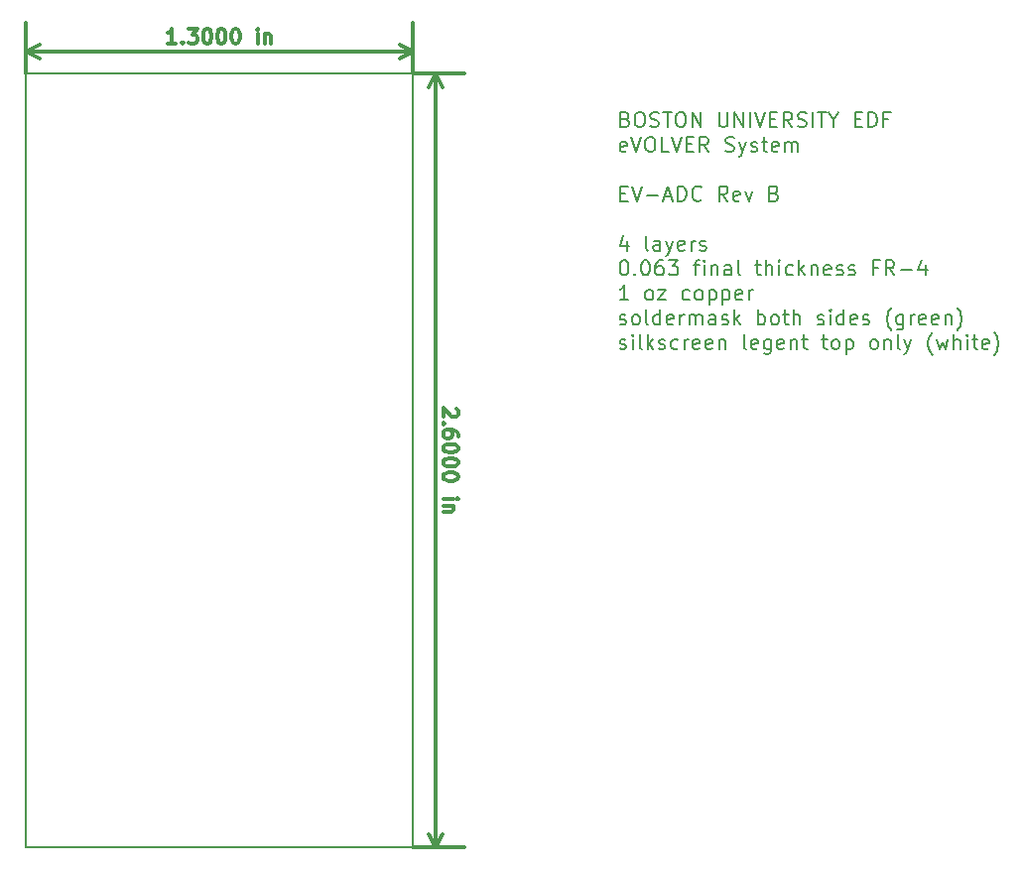
<source format=gbr>
G04 #@! TF.FileFunction,Drawing*
%FSLAX46Y46*%
G04 Gerber Fmt 4.6, Leading zero omitted, Abs format (unit mm)*
G04 Created by KiCad (PCBNEW 4.0.3+e1-6302~38~ubuntu14.04.1-stable) date Fri Aug 19 15:21:09 2016*
%MOMM*%
%LPD*%
G01*
G04 APERTURE LIST*
%ADD10C,0.100000*%
%ADD11C,0.300000*%
%ADD12C,0.203200*%
%ADD13C,0.150000*%
G04 APERTURE END LIST*
D10*
D11*
X143414524Y-81915000D02*
X143475000Y-81975476D01*
X143535476Y-82096428D01*
X143535476Y-82398809D01*
X143475000Y-82519762D01*
X143414524Y-82580238D01*
X143293571Y-82640714D01*
X143172619Y-82640714D01*
X142991190Y-82580238D01*
X142265476Y-81854524D01*
X142265476Y-82640714D01*
X142386429Y-83185000D02*
X142325952Y-83245476D01*
X142265476Y-83185000D01*
X142325952Y-83124524D01*
X142386429Y-83185000D01*
X142265476Y-83185000D01*
X143535476Y-84334048D02*
X143535476Y-84092143D01*
X143475000Y-83971191D01*
X143414524Y-83910714D01*
X143233095Y-83789762D01*
X142991190Y-83729286D01*
X142507381Y-83729286D01*
X142386429Y-83789762D01*
X142325952Y-83850238D01*
X142265476Y-83971191D01*
X142265476Y-84213095D01*
X142325952Y-84334048D01*
X142386429Y-84394524D01*
X142507381Y-84455000D01*
X142809762Y-84455000D01*
X142930714Y-84394524D01*
X142991190Y-84334048D01*
X143051667Y-84213095D01*
X143051667Y-83971191D01*
X142991190Y-83850238D01*
X142930714Y-83789762D01*
X142809762Y-83729286D01*
X143535476Y-85241191D02*
X143535476Y-85362143D01*
X143475000Y-85483095D01*
X143414524Y-85543572D01*
X143293571Y-85604048D01*
X143051667Y-85664524D01*
X142749286Y-85664524D01*
X142507381Y-85604048D01*
X142386429Y-85543572D01*
X142325952Y-85483095D01*
X142265476Y-85362143D01*
X142265476Y-85241191D01*
X142325952Y-85120238D01*
X142386429Y-85059762D01*
X142507381Y-84999286D01*
X142749286Y-84938810D01*
X143051667Y-84938810D01*
X143293571Y-84999286D01*
X143414524Y-85059762D01*
X143475000Y-85120238D01*
X143535476Y-85241191D01*
X143535476Y-86450715D02*
X143535476Y-86571667D01*
X143475000Y-86692619D01*
X143414524Y-86753096D01*
X143293571Y-86813572D01*
X143051667Y-86874048D01*
X142749286Y-86874048D01*
X142507381Y-86813572D01*
X142386429Y-86753096D01*
X142325952Y-86692619D01*
X142265476Y-86571667D01*
X142265476Y-86450715D01*
X142325952Y-86329762D01*
X142386429Y-86269286D01*
X142507381Y-86208810D01*
X142749286Y-86148334D01*
X143051667Y-86148334D01*
X143293571Y-86208810D01*
X143414524Y-86269286D01*
X143475000Y-86329762D01*
X143535476Y-86450715D01*
X143535476Y-87660239D02*
X143535476Y-87781191D01*
X143475000Y-87902143D01*
X143414524Y-87962620D01*
X143293571Y-88023096D01*
X143051667Y-88083572D01*
X142749286Y-88083572D01*
X142507381Y-88023096D01*
X142386429Y-87962620D01*
X142325952Y-87902143D01*
X142265476Y-87781191D01*
X142265476Y-87660239D01*
X142325952Y-87539286D01*
X142386429Y-87478810D01*
X142507381Y-87418334D01*
X142749286Y-87357858D01*
X143051667Y-87357858D01*
X143293571Y-87418334D01*
X143414524Y-87478810D01*
X143475000Y-87539286D01*
X143535476Y-87660239D01*
X142265476Y-89595477D02*
X143112143Y-89595477D01*
X143535476Y-89595477D02*
X143475000Y-89535001D01*
X143414524Y-89595477D01*
X143475000Y-89655953D01*
X143535476Y-89595477D01*
X143414524Y-89595477D01*
X143112143Y-90200239D02*
X142265476Y-90200239D01*
X142991190Y-90200239D02*
X143051667Y-90260715D01*
X143112143Y-90381668D01*
X143112143Y-90563096D01*
X143051667Y-90684048D01*
X142930714Y-90744525D01*
X142265476Y-90744525D01*
X141605000Y-53340000D02*
X141605000Y-119380000D01*
X139700000Y-53340000D02*
X144075000Y-53340000D01*
X139700000Y-119380000D02*
X144075000Y-119380000D01*
X141605000Y-119380000D02*
X141018579Y-118253496D01*
X141605000Y-119380000D02*
X142191421Y-118253496D01*
X141605000Y-53340000D02*
X141018579Y-54466504D01*
X141605000Y-53340000D02*
X142191421Y-54466504D01*
X119470714Y-50774524D02*
X118745000Y-50774524D01*
X119107857Y-50774524D02*
X119107857Y-49504524D01*
X118986905Y-49685952D01*
X118865952Y-49806905D01*
X118745000Y-49867381D01*
X120015000Y-50653571D02*
X120075476Y-50714048D01*
X120015000Y-50774524D01*
X119954524Y-50714048D01*
X120015000Y-50653571D01*
X120015000Y-50774524D01*
X120498810Y-49504524D02*
X121285000Y-49504524D01*
X120861667Y-49988333D01*
X121043095Y-49988333D01*
X121164048Y-50048810D01*
X121224524Y-50109286D01*
X121285000Y-50230238D01*
X121285000Y-50532619D01*
X121224524Y-50653571D01*
X121164048Y-50714048D01*
X121043095Y-50774524D01*
X120680238Y-50774524D01*
X120559286Y-50714048D01*
X120498810Y-50653571D01*
X122071191Y-49504524D02*
X122192143Y-49504524D01*
X122313095Y-49565000D01*
X122373572Y-49625476D01*
X122434048Y-49746429D01*
X122494524Y-49988333D01*
X122494524Y-50290714D01*
X122434048Y-50532619D01*
X122373572Y-50653571D01*
X122313095Y-50714048D01*
X122192143Y-50774524D01*
X122071191Y-50774524D01*
X121950238Y-50714048D01*
X121889762Y-50653571D01*
X121829286Y-50532619D01*
X121768810Y-50290714D01*
X121768810Y-49988333D01*
X121829286Y-49746429D01*
X121889762Y-49625476D01*
X121950238Y-49565000D01*
X122071191Y-49504524D01*
X123280715Y-49504524D02*
X123401667Y-49504524D01*
X123522619Y-49565000D01*
X123583096Y-49625476D01*
X123643572Y-49746429D01*
X123704048Y-49988333D01*
X123704048Y-50290714D01*
X123643572Y-50532619D01*
X123583096Y-50653571D01*
X123522619Y-50714048D01*
X123401667Y-50774524D01*
X123280715Y-50774524D01*
X123159762Y-50714048D01*
X123099286Y-50653571D01*
X123038810Y-50532619D01*
X122978334Y-50290714D01*
X122978334Y-49988333D01*
X123038810Y-49746429D01*
X123099286Y-49625476D01*
X123159762Y-49565000D01*
X123280715Y-49504524D01*
X124490239Y-49504524D02*
X124611191Y-49504524D01*
X124732143Y-49565000D01*
X124792620Y-49625476D01*
X124853096Y-49746429D01*
X124913572Y-49988333D01*
X124913572Y-50290714D01*
X124853096Y-50532619D01*
X124792620Y-50653571D01*
X124732143Y-50714048D01*
X124611191Y-50774524D01*
X124490239Y-50774524D01*
X124369286Y-50714048D01*
X124308810Y-50653571D01*
X124248334Y-50532619D01*
X124187858Y-50290714D01*
X124187858Y-49988333D01*
X124248334Y-49746429D01*
X124308810Y-49625476D01*
X124369286Y-49565000D01*
X124490239Y-49504524D01*
X126425477Y-50774524D02*
X126425477Y-49927857D01*
X126425477Y-49504524D02*
X126365001Y-49565000D01*
X126425477Y-49625476D01*
X126485953Y-49565000D01*
X126425477Y-49504524D01*
X126425477Y-49625476D01*
X127030239Y-49927857D02*
X127030239Y-50774524D01*
X127030239Y-50048810D02*
X127090715Y-49988333D01*
X127211668Y-49927857D01*
X127393096Y-49927857D01*
X127514048Y-49988333D01*
X127574525Y-50109286D01*
X127574525Y-50774524D01*
X106680000Y-51435000D02*
X139700000Y-51435000D01*
X106680000Y-53340000D02*
X106680000Y-48965000D01*
X139700000Y-53340000D02*
X139700000Y-48965000D01*
X139700000Y-51435000D02*
X138573496Y-52021421D01*
X139700000Y-51435000D02*
X138573496Y-50848579D01*
X106680000Y-51435000D02*
X107806504Y-52021421D01*
X106680000Y-51435000D02*
X107806504Y-50848579D01*
D12*
X157824714Y-57224386D02*
X158006143Y-57284862D01*
X158066619Y-57345338D01*
X158127095Y-57466290D01*
X158127095Y-57647719D01*
X158066619Y-57768671D01*
X158006143Y-57829148D01*
X157885190Y-57889624D01*
X157401381Y-57889624D01*
X157401381Y-56619624D01*
X157824714Y-56619624D01*
X157945667Y-56680100D01*
X158006143Y-56740576D01*
X158066619Y-56861529D01*
X158066619Y-56982481D01*
X158006143Y-57103433D01*
X157945667Y-57163910D01*
X157824714Y-57224386D01*
X157401381Y-57224386D01*
X158913286Y-56619624D02*
X159155190Y-56619624D01*
X159276143Y-56680100D01*
X159397095Y-56801052D01*
X159457571Y-57042957D01*
X159457571Y-57466290D01*
X159397095Y-57708195D01*
X159276143Y-57829148D01*
X159155190Y-57889624D01*
X158913286Y-57889624D01*
X158792333Y-57829148D01*
X158671381Y-57708195D01*
X158610905Y-57466290D01*
X158610905Y-57042957D01*
X158671381Y-56801052D01*
X158792333Y-56680100D01*
X158913286Y-56619624D01*
X159941381Y-57829148D02*
X160122809Y-57889624D01*
X160425190Y-57889624D01*
X160546143Y-57829148D01*
X160606619Y-57768671D01*
X160667095Y-57647719D01*
X160667095Y-57526767D01*
X160606619Y-57405814D01*
X160546143Y-57345338D01*
X160425190Y-57284862D01*
X160183286Y-57224386D01*
X160062333Y-57163910D01*
X160001857Y-57103433D01*
X159941381Y-56982481D01*
X159941381Y-56861529D01*
X160001857Y-56740576D01*
X160062333Y-56680100D01*
X160183286Y-56619624D01*
X160485666Y-56619624D01*
X160667095Y-56680100D01*
X161029952Y-56619624D02*
X161755667Y-56619624D01*
X161392810Y-57889624D02*
X161392810Y-56619624D01*
X162420905Y-56619624D02*
X162662809Y-56619624D01*
X162783762Y-56680100D01*
X162904714Y-56801052D01*
X162965190Y-57042957D01*
X162965190Y-57466290D01*
X162904714Y-57708195D01*
X162783762Y-57829148D01*
X162662809Y-57889624D01*
X162420905Y-57889624D01*
X162299952Y-57829148D01*
X162179000Y-57708195D01*
X162118524Y-57466290D01*
X162118524Y-57042957D01*
X162179000Y-56801052D01*
X162299952Y-56680100D01*
X162420905Y-56619624D01*
X163509476Y-57889624D02*
X163509476Y-56619624D01*
X164235190Y-57889624D01*
X164235190Y-56619624D01*
X165807571Y-56619624D02*
X165807571Y-57647719D01*
X165868047Y-57768671D01*
X165928523Y-57829148D01*
X166049476Y-57889624D01*
X166291380Y-57889624D01*
X166412333Y-57829148D01*
X166472809Y-57768671D01*
X166533285Y-57647719D01*
X166533285Y-56619624D01*
X167138047Y-57889624D02*
X167138047Y-56619624D01*
X167863761Y-57889624D01*
X167863761Y-56619624D01*
X168468523Y-57889624D02*
X168468523Y-56619624D01*
X168891856Y-56619624D02*
X169315190Y-57889624D01*
X169738523Y-56619624D01*
X170161856Y-57224386D02*
X170585189Y-57224386D01*
X170766618Y-57889624D02*
X170161856Y-57889624D01*
X170161856Y-56619624D01*
X170766618Y-56619624D01*
X172036618Y-57889624D02*
X171613285Y-57284862D01*
X171310904Y-57889624D02*
X171310904Y-56619624D01*
X171794713Y-56619624D01*
X171915666Y-56680100D01*
X171976142Y-56740576D01*
X172036618Y-56861529D01*
X172036618Y-57042957D01*
X171976142Y-57163910D01*
X171915666Y-57224386D01*
X171794713Y-57284862D01*
X171310904Y-57284862D01*
X172520428Y-57829148D02*
X172701856Y-57889624D01*
X173004237Y-57889624D01*
X173125190Y-57829148D01*
X173185666Y-57768671D01*
X173246142Y-57647719D01*
X173246142Y-57526767D01*
X173185666Y-57405814D01*
X173125190Y-57345338D01*
X173004237Y-57284862D01*
X172762333Y-57224386D01*
X172641380Y-57163910D01*
X172580904Y-57103433D01*
X172520428Y-56982481D01*
X172520428Y-56861529D01*
X172580904Y-56740576D01*
X172641380Y-56680100D01*
X172762333Y-56619624D01*
X173064713Y-56619624D01*
X173246142Y-56680100D01*
X173790428Y-57889624D02*
X173790428Y-56619624D01*
X174213761Y-56619624D02*
X174939476Y-56619624D01*
X174576619Y-57889624D02*
X174576619Y-56619624D01*
X175604714Y-57284862D02*
X175604714Y-57889624D01*
X175181380Y-56619624D02*
X175604714Y-57284862D01*
X176028047Y-56619624D01*
X177418999Y-57224386D02*
X177842332Y-57224386D01*
X178023761Y-57889624D02*
X177418999Y-57889624D01*
X177418999Y-56619624D01*
X178023761Y-56619624D01*
X178568047Y-57889624D02*
X178568047Y-56619624D01*
X178870428Y-56619624D01*
X179051856Y-56680100D01*
X179172809Y-56801052D01*
X179233285Y-56922005D01*
X179293761Y-57163910D01*
X179293761Y-57345338D01*
X179233285Y-57587243D01*
X179172809Y-57708195D01*
X179051856Y-57829148D01*
X178870428Y-57889624D01*
X178568047Y-57889624D01*
X180261380Y-57224386D02*
X179838047Y-57224386D01*
X179838047Y-57889624D02*
X179838047Y-56619624D01*
X180442809Y-56619624D01*
X157885190Y-59937348D02*
X157764238Y-59997824D01*
X157522333Y-59997824D01*
X157401381Y-59937348D01*
X157340905Y-59816395D01*
X157340905Y-59332586D01*
X157401381Y-59211633D01*
X157522333Y-59151157D01*
X157764238Y-59151157D01*
X157885190Y-59211633D01*
X157945667Y-59332586D01*
X157945667Y-59453538D01*
X157340905Y-59574490D01*
X158308523Y-58727824D02*
X158731857Y-59997824D01*
X159155190Y-58727824D01*
X159820428Y-58727824D02*
X160062332Y-58727824D01*
X160183285Y-58788300D01*
X160304237Y-58909252D01*
X160364713Y-59151157D01*
X160364713Y-59574490D01*
X160304237Y-59816395D01*
X160183285Y-59937348D01*
X160062332Y-59997824D01*
X159820428Y-59997824D01*
X159699475Y-59937348D01*
X159578523Y-59816395D01*
X159518047Y-59574490D01*
X159518047Y-59151157D01*
X159578523Y-58909252D01*
X159699475Y-58788300D01*
X159820428Y-58727824D01*
X161513761Y-59997824D02*
X160908999Y-59997824D01*
X160908999Y-58727824D01*
X161755665Y-58727824D02*
X162178999Y-59997824D01*
X162602332Y-58727824D01*
X163025665Y-59332586D02*
X163448998Y-59332586D01*
X163630427Y-59997824D02*
X163025665Y-59997824D01*
X163025665Y-58727824D01*
X163630427Y-58727824D01*
X164900427Y-59997824D02*
X164477094Y-59393062D01*
X164174713Y-59997824D02*
X164174713Y-58727824D01*
X164658522Y-58727824D01*
X164779475Y-58788300D01*
X164839951Y-58848776D01*
X164900427Y-58969729D01*
X164900427Y-59151157D01*
X164839951Y-59272110D01*
X164779475Y-59332586D01*
X164658522Y-59393062D01*
X164174713Y-59393062D01*
X166351856Y-59937348D02*
X166533284Y-59997824D01*
X166835665Y-59997824D01*
X166956618Y-59937348D01*
X167017094Y-59876871D01*
X167077570Y-59755919D01*
X167077570Y-59634967D01*
X167017094Y-59514014D01*
X166956618Y-59453538D01*
X166835665Y-59393062D01*
X166593761Y-59332586D01*
X166472808Y-59272110D01*
X166412332Y-59211633D01*
X166351856Y-59090681D01*
X166351856Y-58969729D01*
X166412332Y-58848776D01*
X166472808Y-58788300D01*
X166593761Y-58727824D01*
X166896141Y-58727824D01*
X167077570Y-58788300D01*
X167500904Y-59151157D02*
X167803285Y-59997824D01*
X168105665Y-59151157D02*
X167803285Y-59997824D01*
X167682332Y-60300205D01*
X167621856Y-60360681D01*
X167500904Y-60421157D01*
X168528999Y-59937348D02*
X168649951Y-59997824D01*
X168891856Y-59997824D01*
X169012808Y-59937348D01*
X169073284Y-59816395D01*
X169073284Y-59755919D01*
X169012808Y-59634967D01*
X168891856Y-59574490D01*
X168710427Y-59574490D01*
X168589475Y-59514014D01*
X168528999Y-59393062D01*
X168528999Y-59332586D01*
X168589475Y-59211633D01*
X168710427Y-59151157D01*
X168891856Y-59151157D01*
X169012808Y-59211633D01*
X169436141Y-59151157D02*
X169919951Y-59151157D01*
X169617570Y-58727824D02*
X169617570Y-59816395D01*
X169678046Y-59937348D01*
X169798999Y-59997824D01*
X169919951Y-59997824D01*
X170827093Y-59937348D02*
X170706141Y-59997824D01*
X170464236Y-59997824D01*
X170343284Y-59937348D01*
X170282808Y-59816395D01*
X170282808Y-59332586D01*
X170343284Y-59211633D01*
X170464236Y-59151157D01*
X170706141Y-59151157D01*
X170827093Y-59211633D01*
X170887570Y-59332586D01*
X170887570Y-59453538D01*
X170282808Y-59574490D01*
X171431855Y-59997824D02*
X171431855Y-59151157D01*
X171431855Y-59272110D02*
X171492331Y-59211633D01*
X171613284Y-59151157D01*
X171794712Y-59151157D01*
X171915664Y-59211633D01*
X171976141Y-59332586D01*
X171976141Y-59997824D01*
X171976141Y-59332586D02*
X172036617Y-59211633D01*
X172157569Y-59151157D01*
X172338998Y-59151157D01*
X172459950Y-59211633D01*
X172520426Y-59332586D01*
X172520426Y-59997824D01*
X157401381Y-63548986D02*
X157824714Y-63548986D01*
X158006143Y-64214224D02*
X157401381Y-64214224D01*
X157401381Y-62944224D01*
X158006143Y-62944224D01*
X158369000Y-62944224D02*
X158792334Y-64214224D01*
X159215667Y-62944224D01*
X159639000Y-63730414D02*
X160606619Y-63730414D01*
X161150905Y-63851367D02*
X161755667Y-63851367D01*
X161029952Y-64214224D02*
X161453286Y-62944224D01*
X161876619Y-64214224D01*
X162299952Y-64214224D02*
X162299952Y-62944224D01*
X162602333Y-62944224D01*
X162783761Y-63004700D01*
X162904714Y-63125652D01*
X162965190Y-63246605D01*
X163025666Y-63488510D01*
X163025666Y-63669938D01*
X162965190Y-63911843D01*
X162904714Y-64032795D01*
X162783761Y-64153748D01*
X162602333Y-64214224D01*
X162299952Y-64214224D01*
X164295666Y-64093271D02*
X164235190Y-64153748D01*
X164053761Y-64214224D01*
X163932809Y-64214224D01*
X163751381Y-64153748D01*
X163630428Y-64032795D01*
X163569952Y-63911843D01*
X163509476Y-63669938D01*
X163509476Y-63488510D01*
X163569952Y-63246605D01*
X163630428Y-63125652D01*
X163751381Y-63004700D01*
X163932809Y-62944224D01*
X164053761Y-62944224D01*
X164235190Y-63004700D01*
X164295666Y-63065176D01*
X166533285Y-64214224D02*
X166109952Y-63609462D01*
X165807571Y-64214224D02*
X165807571Y-62944224D01*
X166291380Y-62944224D01*
X166412333Y-63004700D01*
X166472809Y-63065176D01*
X166533285Y-63186129D01*
X166533285Y-63367557D01*
X166472809Y-63488510D01*
X166412333Y-63548986D01*
X166291380Y-63609462D01*
X165807571Y-63609462D01*
X167561380Y-64153748D02*
X167440428Y-64214224D01*
X167198523Y-64214224D01*
X167077571Y-64153748D01*
X167017095Y-64032795D01*
X167017095Y-63548986D01*
X167077571Y-63428033D01*
X167198523Y-63367557D01*
X167440428Y-63367557D01*
X167561380Y-63428033D01*
X167621857Y-63548986D01*
X167621857Y-63669938D01*
X167017095Y-63790890D01*
X168045190Y-63367557D02*
X168347571Y-64214224D01*
X168649951Y-63367557D01*
X170524713Y-63548986D02*
X170706142Y-63609462D01*
X170766618Y-63669938D01*
X170827094Y-63790890D01*
X170827094Y-63972319D01*
X170766618Y-64093271D01*
X170706142Y-64153748D01*
X170585189Y-64214224D01*
X170101380Y-64214224D01*
X170101380Y-62944224D01*
X170524713Y-62944224D01*
X170645666Y-63004700D01*
X170706142Y-63065176D01*
X170766618Y-63186129D01*
X170766618Y-63307081D01*
X170706142Y-63428033D01*
X170645666Y-63488510D01*
X170524713Y-63548986D01*
X170101380Y-63548986D01*
X157945667Y-67583957D02*
X157945667Y-68430624D01*
X157643286Y-67100148D02*
X157340905Y-68007290D01*
X158127095Y-68007290D01*
X159759953Y-68430624D02*
X159639000Y-68370148D01*
X159578524Y-68249195D01*
X159578524Y-67160624D01*
X160788048Y-68430624D02*
X160788048Y-67765386D01*
X160727571Y-67644433D01*
X160606619Y-67583957D01*
X160364714Y-67583957D01*
X160243762Y-67644433D01*
X160788048Y-68370148D02*
X160667095Y-68430624D01*
X160364714Y-68430624D01*
X160243762Y-68370148D01*
X160183286Y-68249195D01*
X160183286Y-68128243D01*
X160243762Y-68007290D01*
X160364714Y-67946814D01*
X160667095Y-67946814D01*
X160788048Y-67886338D01*
X161271858Y-67583957D02*
X161574239Y-68430624D01*
X161876619Y-67583957D02*
X161574239Y-68430624D01*
X161453286Y-68733005D01*
X161392810Y-68793481D01*
X161271858Y-68853957D01*
X162844238Y-68370148D02*
X162723286Y-68430624D01*
X162481381Y-68430624D01*
X162360429Y-68370148D01*
X162299953Y-68249195D01*
X162299953Y-67765386D01*
X162360429Y-67644433D01*
X162481381Y-67583957D01*
X162723286Y-67583957D01*
X162844238Y-67644433D01*
X162904715Y-67765386D01*
X162904715Y-67886338D01*
X162299953Y-68007290D01*
X163449000Y-68430624D02*
X163449000Y-67583957D01*
X163449000Y-67825862D02*
X163509476Y-67704910D01*
X163569952Y-67644433D01*
X163690905Y-67583957D01*
X163811857Y-67583957D01*
X164174714Y-68370148D02*
X164295666Y-68430624D01*
X164537571Y-68430624D01*
X164658523Y-68370148D01*
X164718999Y-68249195D01*
X164718999Y-68188719D01*
X164658523Y-68067767D01*
X164537571Y-68007290D01*
X164356142Y-68007290D01*
X164235190Y-67946814D01*
X164174714Y-67825862D01*
X164174714Y-67765386D01*
X164235190Y-67644433D01*
X164356142Y-67583957D01*
X164537571Y-67583957D01*
X164658523Y-67644433D01*
X157643286Y-69268824D02*
X157764238Y-69268824D01*
X157885190Y-69329300D01*
X157945667Y-69389776D01*
X158006143Y-69510729D01*
X158066619Y-69752633D01*
X158066619Y-70055014D01*
X158006143Y-70296919D01*
X157945667Y-70417871D01*
X157885190Y-70478348D01*
X157764238Y-70538824D01*
X157643286Y-70538824D01*
X157522333Y-70478348D01*
X157461857Y-70417871D01*
X157401381Y-70296919D01*
X157340905Y-70055014D01*
X157340905Y-69752633D01*
X157401381Y-69510729D01*
X157461857Y-69389776D01*
X157522333Y-69329300D01*
X157643286Y-69268824D01*
X158610905Y-70417871D02*
X158671381Y-70478348D01*
X158610905Y-70538824D01*
X158550429Y-70478348D01*
X158610905Y-70417871D01*
X158610905Y-70538824D01*
X159457572Y-69268824D02*
X159578524Y-69268824D01*
X159699476Y-69329300D01*
X159759953Y-69389776D01*
X159820429Y-69510729D01*
X159880905Y-69752633D01*
X159880905Y-70055014D01*
X159820429Y-70296919D01*
X159759953Y-70417871D01*
X159699476Y-70478348D01*
X159578524Y-70538824D01*
X159457572Y-70538824D01*
X159336619Y-70478348D01*
X159276143Y-70417871D01*
X159215667Y-70296919D01*
X159155191Y-70055014D01*
X159155191Y-69752633D01*
X159215667Y-69510729D01*
X159276143Y-69389776D01*
X159336619Y-69329300D01*
X159457572Y-69268824D01*
X160969477Y-69268824D02*
X160727572Y-69268824D01*
X160606620Y-69329300D01*
X160546143Y-69389776D01*
X160425191Y-69571205D01*
X160364715Y-69813110D01*
X160364715Y-70296919D01*
X160425191Y-70417871D01*
X160485667Y-70478348D01*
X160606620Y-70538824D01*
X160848524Y-70538824D01*
X160969477Y-70478348D01*
X161029953Y-70417871D01*
X161090429Y-70296919D01*
X161090429Y-69994538D01*
X161029953Y-69873586D01*
X160969477Y-69813110D01*
X160848524Y-69752633D01*
X160606620Y-69752633D01*
X160485667Y-69813110D01*
X160425191Y-69873586D01*
X160364715Y-69994538D01*
X161513763Y-69268824D02*
X162299953Y-69268824D01*
X161876620Y-69752633D01*
X162058048Y-69752633D01*
X162179001Y-69813110D01*
X162239477Y-69873586D01*
X162299953Y-69994538D01*
X162299953Y-70296919D01*
X162239477Y-70417871D01*
X162179001Y-70478348D01*
X162058048Y-70538824D01*
X161695191Y-70538824D01*
X161574239Y-70478348D01*
X161513763Y-70417871D01*
X163630429Y-69692157D02*
X164114239Y-69692157D01*
X163811858Y-70538824D02*
X163811858Y-69450252D01*
X163872334Y-69329300D01*
X163993287Y-69268824D01*
X164114239Y-69268824D01*
X164537572Y-70538824D02*
X164537572Y-69692157D01*
X164537572Y-69268824D02*
X164477096Y-69329300D01*
X164537572Y-69389776D01*
X164598048Y-69329300D01*
X164537572Y-69268824D01*
X164537572Y-69389776D01*
X165142334Y-69692157D02*
X165142334Y-70538824D01*
X165142334Y-69813110D02*
X165202810Y-69752633D01*
X165323763Y-69692157D01*
X165505191Y-69692157D01*
X165626143Y-69752633D01*
X165686620Y-69873586D01*
X165686620Y-70538824D01*
X166835668Y-70538824D02*
X166835668Y-69873586D01*
X166775191Y-69752633D01*
X166654239Y-69692157D01*
X166412334Y-69692157D01*
X166291382Y-69752633D01*
X166835668Y-70478348D02*
X166714715Y-70538824D01*
X166412334Y-70538824D01*
X166291382Y-70478348D01*
X166230906Y-70357395D01*
X166230906Y-70236443D01*
X166291382Y-70115490D01*
X166412334Y-70055014D01*
X166714715Y-70055014D01*
X166835668Y-69994538D01*
X167621859Y-70538824D02*
X167500906Y-70478348D01*
X167440430Y-70357395D01*
X167440430Y-69268824D01*
X168891858Y-69692157D02*
X169375668Y-69692157D01*
X169073287Y-69268824D02*
X169073287Y-70357395D01*
X169133763Y-70478348D01*
X169254716Y-70538824D01*
X169375668Y-70538824D01*
X169799001Y-70538824D02*
X169799001Y-69268824D01*
X170343287Y-70538824D02*
X170343287Y-69873586D01*
X170282810Y-69752633D01*
X170161858Y-69692157D01*
X169980430Y-69692157D01*
X169859477Y-69752633D01*
X169799001Y-69813110D01*
X170948049Y-70538824D02*
X170948049Y-69692157D01*
X170948049Y-69268824D02*
X170887573Y-69329300D01*
X170948049Y-69389776D01*
X171008525Y-69329300D01*
X170948049Y-69268824D01*
X170948049Y-69389776D01*
X172097097Y-70478348D02*
X171976144Y-70538824D01*
X171734240Y-70538824D01*
X171613287Y-70478348D01*
X171552811Y-70417871D01*
X171492335Y-70296919D01*
X171492335Y-69934062D01*
X171552811Y-69813110D01*
X171613287Y-69752633D01*
X171734240Y-69692157D01*
X171976144Y-69692157D01*
X172097097Y-69752633D01*
X172641382Y-70538824D02*
X172641382Y-69268824D01*
X172762334Y-70055014D02*
X173125191Y-70538824D01*
X173125191Y-69692157D02*
X172641382Y-70175967D01*
X173669477Y-69692157D02*
X173669477Y-70538824D01*
X173669477Y-69813110D02*
X173729953Y-69752633D01*
X173850906Y-69692157D01*
X174032334Y-69692157D01*
X174153286Y-69752633D01*
X174213763Y-69873586D01*
X174213763Y-70538824D01*
X175302334Y-70478348D02*
X175181382Y-70538824D01*
X174939477Y-70538824D01*
X174818525Y-70478348D01*
X174758049Y-70357395D01*
X174758049Y-69873586D01*
X174818525Y-69752633D01*
X174939477Y-69692157D01*
X175181382Y-69692157D01*
X175302334Y-69752633D01*
X175362811Y-69873586D01*
X175362811Y-69994538D01*
X174758049Y-70115490D01*
X175846620Y-70478348D02*
X175967572Y-70538824D01*
X176209477Y-70538824D01*
X176330429Y-70478348D01*
X176390905Y-70357395D01*
X176390905Y-70296919D01*
X176330429Y-70175967D01*
X176209477Y-70115490D01*
X176028048Y-70115490D01*
X175907096Y-70055014D01*
X175846620Y-69934062D01*
X175846620Y-69873586D01*
X175907096Y-69752633D01*
X176028048Y-69692157D01*
X176209477Y-69692157D01*
X176330429Y-69752633D01*
X176874715Y-70478348D02*
X176995667Y-70538824D01*
X177237572Y-70538824D01*
X177358524Y-70478348D01*
X177419000Y-70357395D01*
X177419000Y-70296919D01*
X177358524Y-70175967D01*
X177237572Y-70115490D01*
X177056143Y-70115490D01*
X176935191Y-70055014D01*
X176874715Y-69934062D01*
X176874715Y-69873586D01*
X176935191Y-69752633D01*
X177056143Y-69692157D01*
X177237572Y-69692157D01*
X177358524Y-69752633D01*
X179354238Y-69873586D02*
X178930905Y-69873586D01*
X178930905Y-70538824D02*
X178930905Y-69268824D01*
X179535667Y-69268824D01*
X180745190Y-70538824D02*
X180321857Y-69934062D01*
X180019476Y-70538824D02*
X180019476Y-69268824D01*
X180503285Y-69268824D01*
X180624238Y-69329300D01*
X180684714Y-69389776D01*
X180745190Y-69510729D01*
X180745190Y-69692157D01*
X180684714Y-69813110D01*
X180624238Y-69873586D01*
X180503285Y-69934062D01*
X180019476Y-69934062D01*
X181289476Y-70055014D02*
X182257095Y-70055014D01*
X183406143Y-69692157D02*
X183406143Y-70538824D01*
X183103762Y-69208348D02*
X182801381Y-70115490D01*
X183587571Y-70115490D01*
X158066619Y-72647024D02*
X157340905Y-72647024D01*
X157703762Y-72647024D02*
X157703762Y-71377024D01*
X157582810Y-71558452D01*
X157461857Y-71679405D01*
X157340905Y-71739881D01*
X159759953Y-72647024D02*
X159639000Y-72586548D01*
X159578524Y-72526071D01*
X159518048Y-72405119D01*
X159518048Y-72042262D01*
X159578524Y-71921310D01*
X159639000Y-71860833D01*
X159759953Y-71800357D01*
X159941381Y-71800357D01*
X160062333Y-71860833D01*
X160122810Y-71921310D01*
X160183286Y-72042262D01*
X160183286Y-72405119D01*
X160122810Y-72526071D01*
X160062333Y-72586548D01*
X159941381Y-72647024D01*
X159759953Y-72647024D01*
X160606620Y-71800357D02*
X161271858Y-71800357D01*
X160606620Y-72647024D01*
X161271858Y-72647024D01*
X163267572Y-72586548D02*
X163146619Y-72647024D01*
X162904715Y-72647024D01*
X162783762Y-72586548D01*
X162723286Y-72526071D01*
X162662810Y-72405119D01*
X162662810Y-72042262D01*
X162723286Y-71921310D01*
X162783762Y-71860833D01*
X162904715Y-71800357D01*
X163146619Y-71800357D01*
X163267572Y-71860833D01*
X163993286Y-72647024D02*
X163872333Y-72586548D01*
X163811857Y-72526071D01*
X163751381Y-72405119D01*
X163751381Y-72042262D01*
X163811857Y-71921310D01*
X163872333Y-71860833D01*
X163993286Y-71800357D01*
X164174714Y-71800357D01*
X164295666Y-71860833D01*
X164356143Y-71921310D01*
X164416619Y-72042262D01*
X164416619Y-72405119D01*
X164356143Y-72526071D01*
X164295666Y-72586548D01*
X164174714Y-72647024D01*
X163993286Y-72647024D01*
X164960905Y-71800357D02*
X164960905Y-73070357D01*
X164960905Y-71860833D02*
X165081857Y-71800357D01*
X165323762Y-71800357D01*
X165444714Y-71860833D01*
X165505191Y-71921310D01*
X165565667Y-72042262D01*
X165565667Y-72405119D01*
X165505191Y-72526071D01*
X165444714Y-72586548D01*
X165323762Y-72647024D01*
X165081857Y-72647024D01*
X164960905Y-72586548D01*
X166109953Y-71800357D02*
X166109953Y-73070357D01*
X166109953Y-71860833D02*
X166230905Y-71800357D01*
X166472810Y-71800357D01*
X166593762Y-71860833D01*
X166654239Y-71921310D01*
X166714715Y-72042262D01*
X166714715Y-72405119D01*
X166654239Y-72526071D01*
X166593762Y-72586548D01*
X166472810Y-72647024D01*
X166230905Y-72647024D01*
X166109953Y-72586548D01*
X167742810Y-72586548D02*
X167621858Y-72647024D01*
X167379953Y-72647024D01*
X167259001Y-72586548D01*
X167198525Y-72465595D01*
X167198525Y-71981786D01*
X167259001Y-71860833D01*
X167379953Y-71800357D01*
X167621858Y-71800357D01*
X167742810Y-71860833D01*
X167803287Y-71981786D01*
X167803287Y-72102738D01*
X167198525Y-72223690D01*
X168347572Y-72647024D02*
X168347572Y-71800357D01*
X168347572Y-72042262D02*
X168408048Y-71921310D01*
X168468524Y-71860833D01*
X168589477Y-71800357D01*
X168710429Y-71800357D01*
X157340905Y-74694748D02*
X157461857Y-74755224D01*
X157703762Y-74755224D01*
X157824714Y-74694748D01*
X157885190Y-74573795D01*
X157885190Y-74513319D01*
X157824714Y-74392367D01*
X157703762Y-74331890D01*
X157522333Y-74331890D01*
X157401381Y-74271414D01*
X157340905Y-74150462D01*
X157340905Y-74089986D01*
X157401381Y-73969033D01*
X157522333Y-73908557D01*
X157703762Y-73908557D01*
X157824714Y-73969033D01*
X158610905Y-74755224D02*
X158489952Y-74694748D01*
X158429476Y-74634271D01*
X158369000Y-74513319D01*
X158369000Y-74150462D01*
X158429476Y-74029510D01*
X158489952Y-73969033D01*
X158610905Y-73908557D01*
X158792333Y-73908557D01*
X158913285Y-73969033D01*
X158973762Y-74029510D01*
X159034238Y-74150462D01*
X159034238Y-74513319D01*
X158973762Y-74634271D01*
X158913285Y-74694748D01*
X158792333Y-74755224D01*
X158610905Y-74755224D01*
X159759953Y-74755224D02*
X159639000Y-74694748D01*
X159578524Y-74573795D01*
X159578524Y-73485224D01*
X160788048Y-74755224D02*
X160788048Y-73485224D01*
X160788048Y-74694748D02*
X160667095Y-74755224D01*
X160425191Y-74755224D01*
X160304238Y-74694748D01*
X160243762Y-74634271D01*
X160183286Y-74513319D01*
X160183286Y-74150462D01*
X160243762Y-74029510D01*
X160304238Y-73969033D01*
X160425191Y-73908557D01*
X160667095Y-73908557D01*
X160788048Y-73969033D01*
X161876619Y-74694748D02*
X161755667Y-74755224D01*
X161513762Y-74755224D01*
X161392810Y-74694748D01*
X161332334Y-74573795D01*
X161332334Y-74089986D01*
X161392810Y-73969033D01*
X161513762Y-73908557D01*
X161755667Y-73908557D01*
X161876619Y-73969033D01*
X161937096Y-74089986D01*
X161937096Y-74210938D01*
X161332334Y-74331890D01*
X162481381Y-74755224D02*
X162481381Y-73908557D01*
X162481381Y-74150462D02*
X162541857Y-74029510D01*
X162602333Y-73969033D01*
X162723286Y-73908557D01*
X162844238Y-73908557D01*
X163267571Y-74755224D02*
X163267571Y-73908557D01*
X163267571Y-74029510D02*
X163328047Y-73969033D01*
X163449000Y-73908557D01*
X163630428Y-73908557D01*
X163751380Y-73969033D01*
X163811857Y-74089986D01*
X163811857Y-74755224D01*
X163811857Y-74089986D02*
X163872333Y-73969033D01*
X163993285Y-73908557D01*
X164174714Y-73908557D01*
X164295666Y-73969033D01*
X164356142Y-74089986D01*
X164356142Y-74755224D01*
X165505190Y-74755224D02*
X165505190Y-74089986D01*
X165444713Y-73969033D01*
X165323761Y-73908557D01*
X165081856Y-73908557D01*
X164960904Y-73969033D01*
X165505190Y-74694748D02*
X165384237Y-74755224D01*
X165081856Y-74755224D01*
X164960904Y-74694748D01*
X164900428Y-74573795D01*
X164900428Y-74452843D01*
X164960904Y-74331890D01*
X165081856Y-74271414D01*
X165384237Y-74271414D01*
X165505190Y-74210938D01*
X166049476Y-74694748D02*
X166170428Y-74755224D01*
X166412333Y-74755224D01*
X166533285Y-74694748D01*
X166593761Y-74573795D01*
X166593761Y-74513319D01*
X166533285Y-74392367D01*
X166412333Y-74331890D01*
X166230904Y-74331890D01*
X166109952Y-74271414D01*
X166049476Y-74150462D01*
X166049476Y-74089986D01*
X166109952Y-73969033D01*
X166230904Y-73908557D01*
X166412333Y-73908557D01*
X166533285Y-73969033D01*
X167138047Y-74755224D02*
X167138047Y-73485224D01*
X167258999Y-74271414D02*
X167621856Y-74755224D01*
X167621856Y-73908557D02*
X167138047Y-74392367D01*
X169133761Y-74755224D02*
X169133761Y-73485224D01*
X169133761Y-73969033D02*
X169254713Y-73908557D01*
X169496618Y-73908557D01*
X169617570Y-73969033D01*
X169678047Y-74029510D01*
X169738523Y-74150462D01*
X169738523Y-74513319D01*
X169678047Y-74634271D01*
X169617570Y-74694748D01*
X169496618Y-74755224D01*
X169254713Y-74755224D01*
X169133761Y-74694748D01*
X170464238Y-74755224D02*
X170343285Y-74694748D01*
X170282809Y-74634271D01*
X170222333Y-74513319D01*
X170222333Y-74150462D01*
X170282809Y-74029510D01*
X170343285Y-73969033D01*
X170464238Y-73908557D01*
X170645666Y-73908557D01*
X170766618Y-73969033D01*
X170827095Y-74029510D01*
X170887571Y-74150462D01*
X170887571Y-74513319D01*
X170827095Y-74634271D01*
X170766618Y-74694748D01*
X170645666Y-74755224D01*
X170464238Y-74755224D01*
X171250428Y-73908557D02*
X171734238Y-73908557D01*
X171431857Y-73485224D02*
X171431857Y-74573795D01*
X171492333Y-74694748D01*
X171613286Y-74755224D01*
X171734238Y-74755224D01*
X172157571Y-74755224D02*
X172157571Y-73485224D01*
X172701857Y-74755224D02*
X172701857Y-74089986D01*
X172641380Y-73969033D01*
X172520428Y-73908557D01*
X172339000Y-73908557D01*
X172218047Y-73969033D01*
X172157571Y-74029510D01*
X174213762Y-74694748D02*
X174334714Y-74755224D01*
X174576619Y-74755224D01*
X174697571Y-74694748D01*
X174758047Y-74573795D01*
X174758047Y-74513319D01*
X174697571Y-74392367D01*
X174576619Y-74331890D01*
X174395190Y-74331890D01*
X174274238Y-74271414D01*
X174213762Y-74150462D01*
X174213762Y-74089986D01*
X174274238Y-73969033D01*
X174395190Y-73908557D01*
X174576619Y-73908557D01*
X174697571Y-73969033D01*
X175302333Y-74755224D02*
X175302333Y-73908557D01*
X175302333Y-73485224D02*
X175241857Y-73545700D01*
X175302333Y-73606176D01*
X175362809Y-73545700D01*
X175302333Y-73485224D01*
X175302333Y-73606176D01*
X176451381Y-74755224D02*
X176451381Y-73485224D01*
X176451381Y-74694748D02*
X176330428Y-74755224D01*
X176088524Y-74755224D01*
X175967571Y-74694748D01*
X175907095Y-74634271D01*
X175846619Y-74513319D01*
X175846619Y-74150462D01*
X175907095Y-74029510D01*
X175967571Y-73969033D01*
X176088524Y-73908557D01*
X176330428Y-73908557D01*
X176451381Y-73969033D01*
X177539952Y-74694748D02*
X177419000Y-74755224D01*
X177177095Y-74755224D01*
X177056143Y-74694748D01*
X176995667Y-74573795D01*
X176995667Y-74089986D01*
X177056143Y-73969033D01*
X177177095Y-73908557D01*
X177419000Y-73908557D01*
X177539952Y-73969033D01*
X177600429Y-74089986D01*
X177600429Y-74210938D01*
X176995667Y-74331890D01*
X178084238Y-74694748D02*
X178205190Y-74755224D01*
X178447095Y-74755224D01*
X178568047Y-74694748D01*
X178628523Y-74573795D01*
X178628523Y-74513319D01*
X178568047Y-74392367D01*
X178447095Y-74331890D01*
X178265666Y-74331890D01*
X178144714Y-74271414D01*
X178084238Y-74150462D01*
X178084238Y-74089986D01*
X178144714Y-73969033D01*
X178265666Y-73908557D01*
X178447095Y-73908557D01*
X178568047Y-73969033D01*
X180503285Y-75239033D02*
X180442809Y-75178557D01*
X180321857Y-74997129D01*
X180261380Y-74876176D01*
X180200904Y-74694748D01*
X180140428Y-74392367D01*
X180140428Y-74150462D01*
X180200904Y-73848081D01*
X180261380Y-73666652D01*
X180321857Y-73545700D01*
X180442809Y-73364271D01*
X180503285Y-73303795D01*
X181531381Y-73908557D02*
X181531381Y-74936652D01*
X181470904Y-75057605D01*
X181410428Y-75118081D01*
X181289476Y-75178557D01*
X181108047Y-75178557D01*
X180987095Y-75118081D01*
X181531381Y-74694748D02*
X181410428Y-74755224D01*
X181168524Y-74755224D01*
X181047571Y-74694748D01*
X180987095Y-74634271D01*
X180926619Y-74513319D01*
X180926619Y-74150462D01*
X180987095Y-74029510D01*
X181047571Y-73969033D01*
X181168524Y-73908557D01*
X181410428Y-73908557D01*
X181531381Y-73969033D01*
X182136143Y-74755224D02*
X182136143Y-73908557D01*
X182136143Y-74150462D02*
X182196619Y-74029510D01*
X182257095Y-73969033D01*
X182378048Y-73908557D01*
X182499000Y-73908557D01*
X183406142Y-74694748D02*
X183285190Y-74755224D01*
X183043285Y-74755224D01*
X182922333Y-74694748D01*
X182861857Y-74573795D01*
X182861857Y-74089986D01*
X182922333Y-73969033D01*
X183043285Y-73908557D01*
X183285190Y-73908557D01*
X183406142Y-73969033D01*
X183466619Y-74089986D01*
X183466619Y-74210938D01*
X182861857Y-74331890D01*
X184494713Y-74694748D02*
X184373761Y-74755224D01*
X184131856Y-74755224D01*
X184010904Y-74694748D01*
X183950428Y-74573795D01*
X183950428Y-74089986D01*
X184010904Y-73969033D01*
X184131856Y-73908557D01*
X184373761Y-73908557D01*
X184494713Y-73969033D01*
X184555190Y-74089986D01*
X184555190Y-74210938D01*
X183950428Y-74331890D01*
X185099475Y-73908557D02*
X185099475Y-74755224D01*
X185099475Y-74029510D02*
X185159951Y-73969033D01*
X185280904Y-73908557D01*
X185462332Y-73908557D01*
X185583284Y-73969033D01*
X185643761Y-74089986D01*
X185643761Y-74755224D01*
X186127571Y-75239033D02*
X186188047Y-75178557D01*
X186308999Y-74997129D01*
X186369475Y-74876176D01*
X186429952Y-74694748D01*
X186490428Y-74392367D01*
X186490428Y-74150462D01*
X186429952Y-73848081D01*
X186369475Y-73666652D01*
X186308999Y-73545700D01*
X186188047Y-73364271D01*
X186127571Y-73303795D01*
X157340905Y-76802948D02*
X157461857Y-76863424D01*
X157703762Y-76863424D01*
X157824714Y-76802948D01*
X157885190Y-76681995D01*
X157885190Y-76621519D01*
X157824714Y-76500567D01*
X157703762Y-76440090D01*
X157522333Y-76440090D01*
X157401381Y-76379614D01*
X157340905Y-76258662D01*
X157340905Y-76198186D01*
X157401381Y-76077233D01*
X157522333Y-76016757D01*
X157703762Y-76016757D01*
X157824714Y-76077233D01*
X158429476Y-76863424D02*
X158429476Y-76016757D01*
X158429476Y-75593424D02*
X158369000Y-75653900D01*
X158429476Y-75714376D01*
X158489952Y-75653900D01*
X158429476Y-75593424D01*
X158429476Y-75714376D01*
X159215667Y-76863424D02*
X159094714Y-76802948D01*
X159034238Y-76681995D01*
X159034238Y-75593424D01*
X159699476Y-76863424D02*
X159699476Y-75593424D01*
X159820428Y-76379614D02*
X160183285Y-76863424D01*
X160183285Y-76016757D02*
X159699476Y-76500567D01*
X160667095Y-76802948D02*
X160788047Y-76863424D01*
X161029952Y-76863424D01*
X161150904Y-76802948D01*
X161211380Y-76681995D01*
X161211380Y-76621519D01*
X161150904Y-76500567D01*
X161029952Y-76440090D01*
X160848523Y-76440090D01*
X160727571Y-76379614D01*
X160667095Y-76258662D01*
X160667095Y-76198186D01*
X160727571Y-76077233D01*
X160848523Y-76016757D01*
X161029952Y-76016757D01*
X161150904Y-76077233D01*
X162299952Y-76802948D02*
X162178999Y-76863424D01*
X161937095Y-76863424D01*
X161816142Y-76802948D01*
X161755666Y-76742471D01*
X161695190Y-76621519D01*
X161695190Y-76258662D01*
X161755666Y-76137710D01*
X161816142Y-76077233D01*
X161937095Y-76016757D01*
X162178999Y-76016757D01*
X162299952Y-76077233D01*
X162844237Y-76863424D02*
X162844237Y-76016757D01*
X162844237Y-76258662D02*
X162904713Y-76137710D01*
X162965189Y-76077233D01*
X163086142Y-76016757D01*
X163207094Y-76016757D01*
X164114236Y-76802948D02*
X163993284Y-76863424D01*
X163751379Y-76863424D01*
X163630427Y-76802948D01*
X163569951Y-76681995D01*
X163569951Y-76198186D01*
X163630427Y-76077233D01*
X163751379Y-76016757D01*
X163993284Y-76016757D01*
X164114236Y-76077233D01*
X164174713Y-76198186D01*
X164174713Y-76319138D01*
X163569951Y-76440090D01*
X165202807Y-76802948D02*
X165081855Y-76863424D01*
X164839950Y-76863424D01*
X164718998Y-76802948D01*
X164658522Y-76681995D01*
X164658522Y-76198186D01*
X164718998Y-76077233D01*
X164839950Y-76016757D01*
X165081855Y-76016757D01*
X165202807Y-76077233D01*
X165263284Y-76198186D01*
X165263284Y-76319138D01*
X164658522Y-76440090D01*
X165807569Y-76016757D02*
X165807569Y-76863424D01*
X165807569Y-76137710D02*
X165868045Y-76077233D01*
X165988998Y-76016757D01*
X166170426Y-76016757D01*
X166291378Y-76077233D01*
X166351855Y-76198186D01*
X166351855Y-76863424D01*
X168105665Y-76863424D02*
X167984712Y-76802948D01*
X167924236Y-76681995D01*
X167924236Y-75593424D01*
X169073283Y-76802948D02*
X168952331Y-76863424D01*
X168710426Y-76863424D01*
X168589474Y-76802948D01*
X168528998Y-76681995D01*
X168528998Y-76198186D01*
X168589474Y-76077233D01*
X168710426Y-76016757D01*
X168952331Y-76016757D01*
X169073283Y-76077233D01*
X169133760Y-76198186D01*
X169133760Y-76319138D01*
X168528998Y-76440090D01*
X170222331Y-76016757D02*
X170222331Y-77044852D01*
X170161854Y-77165805D01*
X170101378Y-77226281D01*
X169980426Y-77286757D01*
X169798997Y-77286757D01*
X169678045Y-77226281D01*
X170222331Y-76802948D02*
X170101378Y-76863424D01*
X169859474Y-76863424D01*
X169738521Y-76802948D01*
X169678045Y-76742471D01*
X169617569Y-76621519D01*
X169617569Y-76258662D01*
X169678045Y-76137710D01*
X169738521Y-76077233D01*
X169859474Y-76016757D01*
X170101378Y-76016757D01*
X170222331Y-76077233D01*
X171310902Y-76802948D02*
X171189950Y-76863424D01*
X170948045Y-76863424D01*
X170827093Y-76802948D01*
X170766617Y-76681995D01*
X170766617Y-76198186D01*
X170827093Y-76077233D01*
X170948045Y-76016757D01*
X171189950Y-76016757D01*
X171310902Y-76077233D01*
X171371379Y-76198186D01*
X171371379Y-76319138D01*
X170766617Y-76440090D01*
X171915664Y-76016757D02*
X171915664Y-76863424D01*
X171915664Y-76137710D02*
X171976140Y-76077233D01*
X172097093Y-76016757D01*
X172278521Y-76016757D01*
X172399473Y-76077233D01*
X172459950Y-76198186D01*
X172459950Y-76863424D01*
X172883283Y-76016757D02*
X173367093Y-76016757D01*
X173064712Y-75593424D02*
X173064712Y-76681995D01*
X173125188Y-76802948D01*
X173246141Y-76863424D01*
X173367093Y-76863424D01*
X174576616Y-76016757D02*
X175060426Y-76016757D01*
X174758045Y-75593424D02*
X174758045Y-76681995D01*
X174818521Y-76802948D01*
X174939474Y-76863424D01*
X175060426Y-76863424D01*
X175665188Y-76863424D02*
X175544235Y-76802948D01*
X175483759Y-76742471D01*
X175423283Y-76621519D01*
X175423283Y-76258662D01*
X175483759Y-76137710D01*
X175544235Y-76077233D01*
X175665188Y-76016757D01*
X175846616Y-76016757D01*
X175967568Y-76077233D01*
X176028045Y-76137710D01*
X176088521Y-76258662D01*
X176088521Y-76621519D01*
X176028045Y-76742471D01*
X175967568Y-76802948D01*
X175846616Y-76863424D01*
X175665188Y-76863424D01*
X176632807Y-76016757D02*
X176632807Y-77286757D01*
X176632807Y-76077233D02*
X176753759Y-76016757D01*
X176995664Y-76016757D01*
X177116616Y-76077233D01*
X177177093Y-76137710D01*
X177237569Y-76258662D01*
X177237569Y-76621519D01*
X177177093Y-76742471D01*
X177116616Y-76802948D01*
X176995664Y-76863424D01*
X176753759Y-76863424D01*
X176632807Y-76802948D01*
X178930903Y-76863424D02*
X178809950Y-76802948D01*
X178749474Y-76742471D01*
X178688998Y-76621519D01*
X178688998Y-76258662D01*
X178749474Y-76137710D01*
X178809950Y-76077233D01*
X178930903Y-76016757D01*
X179112331Y-76016757D01*
X179233283Y-76077233D01*
X179293760Y-76137710D01*
X179354236Y-76258662D01*
X179354236Y-76621519D01*
X179293760Y-76742471D01*
X179233283Y-76802948D01*
X179112331Y-76863424D01*
X178930903Y-76863424D01*
X179898522Y-76016757D02*
X179898522Y-76863424D01*
X179898522Y-76137710D02*
X179958998Y-76077233D01*
X180079951Y-76016757D01*
X180261379Y-76016757D01*
X180382331Y-76077233D01*
X180442808Y-76198186D01*
X180442808Y-76863424D01*
X181228999Y-76863424D02*
X181108046Y-76802948D01*
X181047570Y-76681995D01*
X181047570Y-75593424D01*
X181591856Y-76016757D02*
X181894237Y-76863424D01*
X182196617Y-76016757D02*
X181894237Y-76863424D01*
X181773284Y-77165805D01*
X181712808Y-77226281D01*
X181591856Y-77286757D01*
X184010903Y-77347233D02*
X183950427Y-77286757D01*
X183829475Y-77105329D01*
X183768998Y-76984376D01*
X183708522Y-76802948D01*
X183648046Y-76500567D01*
X183648046Y-76258662D01*
X183708522Y-75956281D01*
X183768998Y-75774852D01*
X183829475Y-75653900D01*
X183950427Y-75472471D01*
X184010903Y-75411995D01*
X184373761Y-76016757D02*
X184615665Y-76863424D01*
X184857570Y-76258662D01*
X185099475Y-76863424D01*
X185341380Y-76016757D01*
X185825189Y-76863424D02*
X185825189Y-75593424D01*
X186369475Y-76863424D02*
X186369475Y-76198186D01*
X186308998Y-76077233D01*
X186188046Y-76016757D01*
X186006618Y-76016757D01*
X185885665Y-76077233D01*
X185825189Y-76137710D01*
X186974237Y-76863424D02*
X186974237Y-76016757D01*
X186974237Y-75593424D02*
X186913761Y-75653900D01*
X186974237Y-75714376D01*
X187034713Y-75653900D01*
X186974237Y-75593424D01*
X186974237Y-75714376D01*
X187397570Y-76016757D02*
X187881380Y-76016757D01*
X187578999Y-75593424D02*
X187578999Y-76681995D01*
X187639475Y-76802948D01*
X187760428Y-76863424D01*
X187881380Y-76863424D01*
X188788522Y-76802948D02*
X188667570Y-76863424D01*
X188425665Y-76863424D01*
X188304713Y-76802948D01*
X188244237Y-76681995D01*
X188244237Y-76198186D01*
X188304713Y-76077233D01*
X188425665Y-76016757D01*
X188667570Y-76016757D01*
X188788522Y-76077233D01*
X188848999Y-76198186D01*
X188848999Y-76319138D01*
X188244237Y-76440090D01*
X189272332Y-77347233D02*
X189332808Y-77286757D01*
X189453760Y-77105329D01*
X189514236Y-76984376D01*
X189574713Y-76802948D01*
X189635189Y-76500567D01*
X189635189Y-76258662D01*
X189574713Y-75956281D01*
X189514236Y-75774852D01*
X189453760Y-75653900D01*
X189332808Y-75472471D01*
X189272332Y-75411995D01*
D13*
X106680000Y-119380000D02*
X106680000Y-53340000D01*
X139700000Y-119380000D02*
X106680000Y-119380000D01*
X139700000Y-53340000D02*
X139700000Y-119380000D01*
X106680000Y-53340000D02*
X139700000Y-53340000D01*
M02*

</source>
